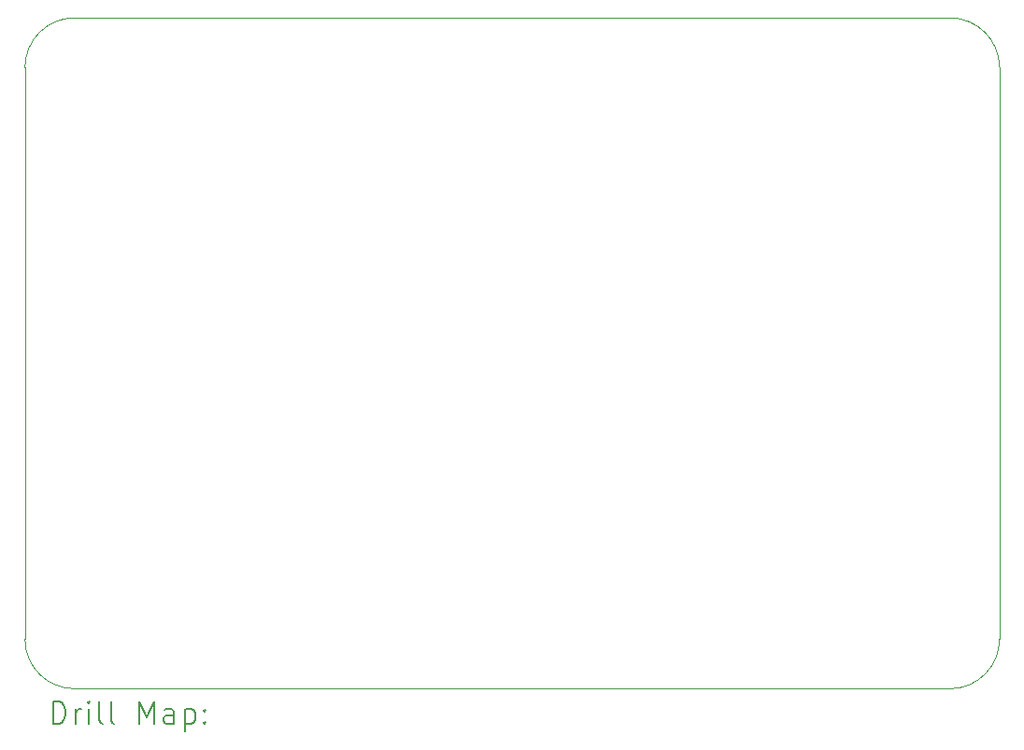
<source format=gbr>
%TF.GenerationSoftware,KiCad,Pcbnew,7.0.8*%
%TF.CreationDate,2023-11-17T17:22:14+01:00*%
%TF.ProjectId,universal12Vsupply,756e6976-6572-4736-916c-313256737570,rev?*%
%TF.SameCoordinates,Original*%
%TF.FileFunction,Drillmap*%
%TF.FilePolarity,Positive*%
%FSLAX45Y45*%
G04 Gerber Fmt 4.5, Leading zero omitted, Abs format (unit mm)*
G04 Created by KiCad (PCBNEW 7.0.8) date 2023-11-17 17:22:14*
%MOMM*%
%LPD*%
G01*
G04 APERTURE LIST*
%ADD10C,0.100000*%
%ADD11C,0.200000*%
G04 APERTURE END LIST*
D10*
X6350000Y-2218200D02*
G75*
G03*
X5900000Y-2668198I0J-450000D01*
G01*
X6350000Y-8300000D02*
X14281802Y-8300000D01*
X14731802Y-7850000D02*
X14731802Y-2668198D01*
X5900000Y-7850000D02*
G75*
G03*
X6350000Y-8300000I450000J0D01*
G01*
X14731802Y-2668198D02*
G75*
G03*
X14281802Y-2218198I-450002J-2D01*
G01*
X5900000Y-2668198D02*
X5900000Y-7850000D01*
X14281802Y-8300002D02*
G75*
G03*
X14731802Y-7850000I-2J450002D01*
G01*
X14281802Y-2218198D02*
X6350000Y-2218198D01*
D11*
X6155777Y-8616484D02*
X6155777Y-8416484D01*
X6155777Y-8416484D02*
X6203396Y-8416484D01*
X6203396Y-8416484D02*
X6231967Y-8426008D01*
X6231967Y-8426008D02*
X6251015Y-8445055D01*
X6251015Y-8445055D02*
X6260539Y-8464103D01*
X6260539Y-8464103D02*
X6270062Y-8502198D01*
X6270062Y-8502198D02*
X6270062Y-8530770D01*
X6270062Y-8530770D02*
X6260539Y-8568865D01*
X6260539Y-8568865D02*
X6251015Y-8587912D01*
X6251015Y-8587912D02*
X6231967Y-8606960D01*
X6231967Y-8606960D02*
X6203396Y-8616484D01*
X6203396Y-8616484D02*
X6155777Y-8616484D01*
X6355777Y-8616484D02*
X6355777Y-8483150D01*
X6355777Y-8521246D02*
X6365301Y-8502198D01*
X6365301Y-8502198D02*
X6374824Y-8492674D01*
X6374824Y-8492674D02*
X6393872Y-8483150D01*
X6393872Y-8483150D02*
X6412920Y-8483150D01*
X6479586Y-8616484D02*
X6479586Y-8483150D01*
X6479586Y-8416484D02*
X6470062Y-8426008D01*
X6470062Y-8426008D02*
X6479586Y-8435531D01*
X6479586Y-8435531D02*
X6489110Y-8426008D01*
X6489110Y-8426008D02*
X6479586Y-8416484D01*
X6479586Y-8416484D02*
X6479586Y-8435531D01*
X6603396Y-8616484D02*
X6584348Y-8606960D01*
X6584348Y-8606960D02*
X6574824Y-8587912D01*
X6574824Y-8587912D02*
X6574824Y-8416484D01*
X6708158Y-8616484D02*
X6689110Y-8606960D01*
X6689110Y-8606960D02*
X6679586Y-8587912D01*
X6679586Y-8587912D02*
X6679586Y-8416484D01*
X6936729Y-8616484D02*
X6936729Y-8416484D01*
X6936729Y-8416484D02*
X7003396Y-8559341D01*
X7003396Y-8559341D02*
X7070062Y-8416484D01*
X7070062Y-8416484D02*
X7070062Y-8616484D01*
X7251015Y-8616484D02*
X7251015Y-8511722D01*
X7251015Y-8511722D02*
X7241491Y-8492674D01*
X7241491Y-8492674D02*
X7222443Y-8483150D01*
X7222443Y-8483150D02*
X7184348Y-8483150D01*
X7184348Y-8483150D02*
X7165301Y-8492674D01*
X7251015Y-8606960D02*
X7231967Y-8616484D01*
X7231967Y-8616484D02*
X7184348Y-8616484D01*
X7184348Y-8616484D02*
X7165301Y-8606960D01*
X7165301Y-8606960D02*
X7155777Y-8587912D01*
X7155777Y-8587912D02*
X7155777Y-8568865D01*
X7155777Y-8568865D02*
X7165301Y-8549817D01*
X7165301Y-8549817D02*
X7184348Y-8540293D01*
X7184348Y-8540293D02*
X7231967Y-8540293D01*
X7231967Y-8540293D02*
X7251015Y-8530770D01*
X7346253Y-8483150D02*
X7346253Y-8683150D01*
X7346253Y-8492674D02*
X7365301Y-8483150D01*
X7365301Y-8483150D02*
X7403396Y-8483150D01*
X7403396Y-8483150D02*
X7422443Y-8492674D01*
X7422443Y-8492674D02*
X7431967Y-8502198D01*
X7431967Y-8502198D02*
X7441491Y-8521246D01*
X7441491Y-8521246D02*
X7441491Y-8578389D01*
X7441491Y-8578389D02*
X7431967Y-8597436D01*
X7431967Y-8597436D02*
X7422443Y-8606960D01*
X7422443Y-8606960D02*
X7403396Y-8616484D01*
X7403396Y-8616484D02*
X7365301Y-8616484D01*
X7365301Y-8616484D02*
X7346253Y-8606960D01*
X7527205Y-8597436D02*
X7536729Y-8606960D01*
X7536729Y-8606960D02*
X7527205Y-8616484D01*
X7527205Y-8616484D02*
X7517682Y-8606960D01*
X7517682Y-8606960D02*
X7527205Y-8597436D01*
X7527205Y-8597436D02*
X7527205Y-8616484D01*
X7527205Y-8492674D02*
X7536729Y-8502198D01*
X7536729Y-8502198D02*
X7527205Y-8511722D01*
X7527205Y-8511722D02*
X7517682Y-8502198D01*
X7517682Y-8502198D02*
X7527205Y-8492674D01*
X7527205Y-8492674D02*
X7527205Y-8511722D01*
M02*

</source>
